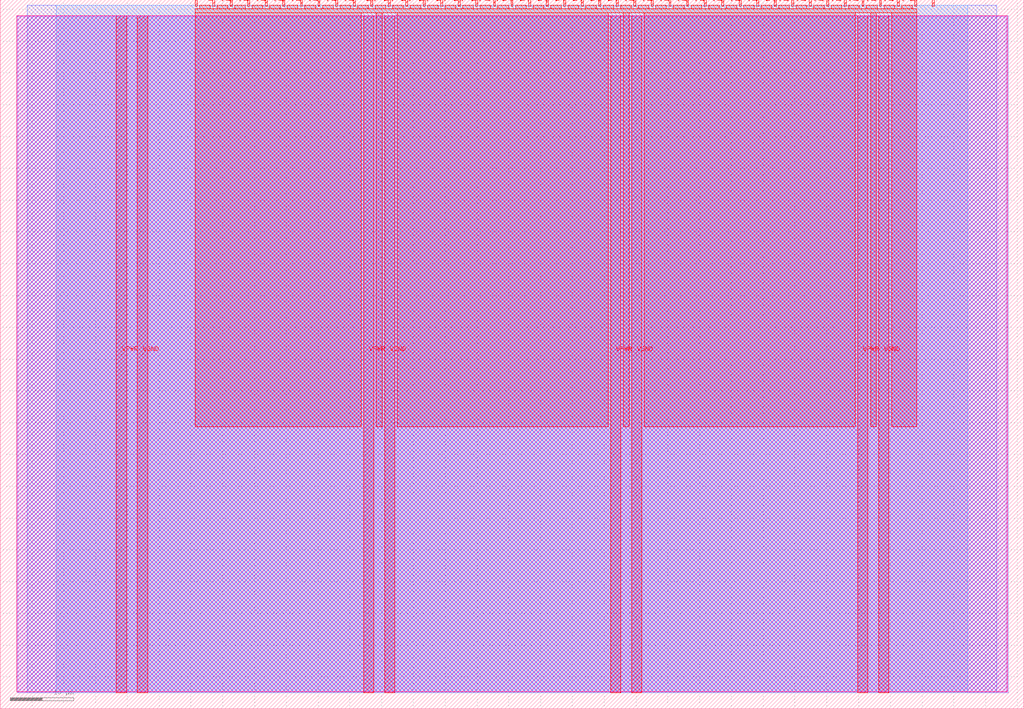
<source format=lef>
VERSION 5.7 ;
  NOWIREEXTENSIONATPIN ON ;
  DIVIDERCHAR "/" ;
  BUSBITCHARS "[]" ;
MACRO tt_um_FG_TOP_Dominik_Brandstetter
  CLASS BLOCK ;
  FOREIGN tt_um_FG_TOP_Dominik_Brandstetter ;
  ORIGIN 0.000 0.000 ;
  SIZE 161.000 BY 111.520 ;
  PIN VGND
    DIRECTION INOUT ;
    USE GROUND ;
    PORT
      LAYER met4 ;
        RECT 21.580 2.480 23.180 109.040 ;
    END
    PORT
      LAYER met4 ;
        RECT 60.450 2.480 62.050 109.040 ;
    END
    PORT
      LAYER met4 ;
        RECT 99.320 2.480 100.920 109.040 ;
    END
    PORT
      LAYER met4 ;
        RECT 138.190 2.480 139.790 109.040 ;
    END
  END VGND
  PIN VPWR
    DIRECTION INOUT ;
    USE POWER ;
    PORT
      LAYER met4 ;
        RECT 18.280 2.480 19.880 109.040 ;
    END
    PORT
      LAYER met4 ;
        RECT 57.150 2.480 58.750 109.040 ;
    END
    PORT
      LAYER met4 ;
        RECT 96.020 2.480 97.620 109.040 ;
    END
    PORT
      LAYER met4 ;
        RECT 134.890 2.480 136.490 109.040 ;
    END
  END VPWR
  PIN clk
    DIRECTION INPUT ;
    USE SIGNAL ;
    ANTENNAGATEAREA 0.852000 ;
    PORT
      LAYER met4 ;
        RECT 143.830 110.520 144.130 111.520 ;
    END
  END clk
  PIN ena
    DIRECTION INPUT ;
    USE SIGNAL ;
    PORT
      LAYER met4 ;
        RECT 146.590 110.520 146.890 111.520 ;
    END
  END ena
  PIN rst_n
    DIRECTION INPUT ;
    USE SIGNAL ;
    ANTENNAGATEAREA 0.196500 ;
    PORT
      LAYER met4 ;
        RECT 141.070 110.520 141.370 111.520 ;
    END
  END rst_n
  PIN ui_in[0]
    DIRECTION INPUT ;
    USE SIGNAL ;
    ANTENNAGATEAREA 0.159000 ;
    PORT
      LAYER met4 ;
        RECT 138.310 110.520 138.610 111.520 ;
    END
  END ui_in[0]
  PIN ui_in[1]
    DIRECTION INPUT ;
    USE SIGNAL ;
    ANTENNAGATEAREA 0.159000 ;
    PORT
      LAYER met4 ;
        RECT 135.550 110.520 135.850 111.520 ;
    END
  END ui_in[1]
  PIN ui_in[2]
    DIRECTION INPUT ;
    USE SIGNAL ;
    ANTENNAGATEAREA 0.213000 ;
    PORT
      LAYER met4 ;
        RECT 132.790 110.520 133.090 111.520 ;
    END
  END ui_in[2]
  PIN ui_in[3]
    DIRECTION INPUT ;
    USE SIGNAL ;
    ANTENNAGATEAREA 0.159000 ;
    PORT
      LAYER met4 ;
        RECT 130.030 110.520 130.330 111.520 ;
    END
  END ui_in[3]
  PIN ui_in[4]
    DIRECTION INPUT ;
    USE SIGNAL ;
    ANTENNAGATEAREA 0.213000 ;
    PORT
      LAYER met4 ;
        RECT 127.270 110.520 127.570 111.520 ;
    END
  END ui_in[4]
  PIN ui_in[5]
    DIRECTION INPUT ;
    USE SIGNAL ;
    ANTENNAGATEAREA 0.159000 ;
    PORT
      LAYER met4 ;
        RECT 124.510 110.520 124.810 111.520 ;
    END
  END ui_in[5]
  PIN ui_in[6]
    DIRECTION INPUT ;
    USE SIGNAL ;
    ANTENNAGATEAREA 0.159000 ;
    PORT
      LAYER met4 ;
        RECT 121.750 110.520 122.050 111.520 ;
    END
  END ui_in[6]
  PIN ui_in[7]
    DIRECTION INPUT ;
    USE SIGNAL ;
    ANTENNAGATEAREA 0.159000 ;
    PORT
      LAYER met4 ;
        RECT 118.990 110.520 119.290 111.520 ;
    END
  END ui_in[7]
  PIN uio_in[0]
    DIRECTION INPUT ;
    USE SIGNAL ;
    PORT
      LAYER met4 ;
        RECT 116.230 110.520 116.530 111.520 ;
    END
  END uio_in[0]
  PIN uio_in[1]
    DIRECTION INPUT ;
    USE SIGNAL ;
    PORT
      LAYER met4 ;
        RECT 113.470 110.520 113.770 111.520 ;
    END
  END uio_in[1]
  PIN uio_in[2]
    DIRECTION INPUT ;
    USE SIGNAL ;
    PORT
      LAYER met4 ;
        RECT 110.710 110.520 111.010 111.520 ;
    END
  END uio_in[2]
  PIN uio_in[3]
    DIRECTION INPUT ;
    USE SIGNAL ;
    ANTENNAGATEAREA 0.196500 ;
    PORT
      LAYER met4 ;
        RECT 107.950 110.520 108.250 111.520 ;
    END
  END uio_in[3]
  PIN uio_in[4]
    DIRECTION INPUT ;
    USE SIGNAL ;
    ANTENNAGATEAREA 0.196500 ;
    PORT
      LAYER met4 ;
        RECT 105.190 110.520 105.490 111.520 ;
    END
  END uio_in[4]
  PIN uio_in[5]
    DIRECTION INPUT ;
    USE SIGNAL ;
    ANTENNAGATEAREA 0.196500 ;
    PORT
      LAYER met4 ;
        RECT 102.430 110.520 102.730 111.520 ;
    END
  END uio_in[5]
  PIN uio_in[6]
    DIRECTION INPUT ;
    USE SIGNAL ;
    ANTENNAGATEAREA 0.196500 ;
    PORT
      LAYER met4 ;
        RECT 99.670 110.520 99.970 111.520 ;
    END
  END uio_in[6]
  PIN uio_in[7]
    DIRECTION INPUT ;
    USE SIGNAL ;
    ANTENNAGATEAREA 0.196500 ;
    PORT
      LAYER met4 ;
        RECT 96.910 110.520 97.210 111.520 ;
    END
  END uio_in[7]
  PIN uio_oe[0]
    DIRECTION OUTPUT ;
    USE SIGNAL ;
    PORT
      LAYER met4 ;
        RECT 49.990 110.520 50.290 111.520 ;
    END
  END uio_oe[0]
  PIN uio_oe[1]
    DIRECTION OUTPUT ;
    USE SIGNAL ;
    PORT
      LAYER met4 ;
        RECT 47.230 110.520 47.530 111.520 ;
    END
  END uio_oe[1]
  PIN uio_oe[2]
    DIRECTION OUTPUT ;
    USE SIGNAL ;
    PORT
      LAYER met4 ;
        RECT 44.470 110.520 44.770 111.520 ;
    END
  END uio_oe[2]
  PIN uio_oe[3]
    DIRECTION OUTPUT ;
    USE SIGNAL ;
    PORT
      LAYER met4 ;
        RECT 41.710 110.520 42.010 111.520 ;
    END
  END uio_oe[3]
  PIN uio_oe[4]
    DIRECTION OUTPUT ;
    USE SIGNAL ;
    PORT
      LAYER met4 ;
        RECT 38.950 110.520 39.250 111.520 ;
    END
  END uio_oe[4]
  PIN uio_oe[5]
    DIRECTION OUTPUT ;
    USE SIGNAL ;
    PORT
      LAYER met4 ;
        RECT 36.190 110.520 36.490 111.520 ;
    END
  END uio_oe[5]
  PIN uio_oe[6]
    DIRECTION OUTPUT ;
    USE SIGNAL ;
    PORT
      LAYER met4 ;
        RECT 33.430 110.520 33.730 111.520 ;
    END
  END uio_oe[6]
  PIN uio_oe[7]
    DIRECTION OUTPUT ;
    USE SIGNAL ;
    PORT
      LAYER met4 ;
        RECT 30.670 110.520 30.970 111.520 ;
    END
  END uio_oe[7]
  PIN uio_out[0]
    DIRECTION OUTPUT ;
    USE SIGNAL ;
    ANTENNADIFFAREA 0.445500 ;
    PORT
      LAYER met4 ;
        RECT 72.070 110.520 72.370 111.520 ;
    END
  END uio_out[0]
  PIN uio_out[1]
    DIRECTION OUTPUT ;
    USE SIGNAL ;
    ANTENNADIFFAREA 0.445500 ;
    PORT
      LAYER met4 ;
        RECT 69.310 110.520 69.610 111.520 ;
    END
  END uio_out[1]
  PIN uio_out[2]
    DIRECTION OUTPUT ;
    USE SIGNAL ;
    ANTENNADIFFAREA 0.445500 ;
    PORT
      LAYER met4 ;
        RECT 66.550 110.520 66.850 111.520 ;
    END
  END uio_out[2]
  PIN uio_out[3]
    DIRECTION OUTPUT ;
    USE SIGNAL ;
    PORT
      LAYER met4 ;
        RECT 63.790 110.520 64.090 111.520 ;
    END
  END uio_out[3]
  PIN uio_out[4]
    DIRECTION OUTPUT ;
    USE SIGNAL ;
    PORT
      LAYER met4 ;
        RECT 61.030 110.520 61.330 111.520 ;
    END
  END uio_out[4]
  PIN uio_out[5]
    DIRECTION OUTPUT ;
    USE SIGNAL ;
    PORT
      LAYER met4 ;
        RECT 58.270 110.520 58.570 111.520 ;
    END
  END uio_out[5]
  PIN uio_out[6]
    DIRECTION OUTPUT ;
    USE SIGNAL ;
    PORT
      LAYER met4 ;
        RECT 55.510 110.520 55.810 111.520 ;
    END
  END uio_out[6]
  PIN uio_out[7]
    DIRECTION OUTPUT ;
    USE SIGNAL ;
    PORT
      LAYER met4 ;
        RECT 52.750 110.520 53.050 111.520 ;
    END
  END uio_out[7]
  PIN uo_out[0]
    DIRECTION OUTPUT ;
    USE SIGNAL ;
    ANTENNADIFFAREA 0.643500 ;
    PORT
      LAYER met4 ;
        RECT 94.150 110.520 94.450 111.520 ;
    END
  END uo_out[0]
  PIN uo_out[1]
    DIRECTION OUTPUT ;
    USE SIGNAL ;
    ANTENNADIFFAREA 0.643500 ;
    PORT
      LAYER met4 ;
        RECT 91.390 110.520 91.690 111.520 ;
    END
  END uo_out[1]
  PIN uo_out[2]
    DIRECTION OUTPUT ;
    USE SIGNAL ;
    ANTENNADIFFAREA 0.643500 ;
    PORT
      LAYER met4 ;
        RECT 88.630 110.520 88.930 111.520 ;
    END
  END uo_out[2]
  PIN uo_out[3]
    DIRECTION OUTPUT ;
    USE SIGNAL ;
    ANTENNADIFFAREA 0.643500 ;
    PORT
      LAYER met4 ;
        RECT 85.870 110.520 86.170 111.520 ;
    END
  END uo_out[3]
  PIN uo_out[4]
    DIRECTION OUTPUT ;
    USE SIGNAL ;
    ANTENNADIFFAREA 0.643500 ;
    PORT
      LAYER met4 ;
        RECT 83.110 110.520 83.410 111.520 ;
    END
  END uo_out[4]
  PIN uo_out[5]
    DIRECTION OUTPUT ;
    USE SIGNAL ;
    ANTENNADIFFAREA 0.643500 ;
    PORT
      LAYER met4 ;
        RECT 80.350 110.520 80.650 111.520 ;
    END
  END uo_out[5]
  PIN uo_out[6]
    DIRECTION OUTPUT ;
    USE SIGNAL ;
    ANTENNADIFFAREA 0.643500 ;
    PORT
      LAYER met4 ;
        RECT 77.590 110.520 77.890 111.520 ;
    END
  END uo_out[6]
  PIN uo_out[7]
    DIRECTION OUTPUT ;
    USE SIGNAL ;
    ANTENNADIFFAREA 0.643500 ;
    PORT
      LAYER met4 ;
        RECT 74.830 110.520 75.130 111.520 ;
    END
  END uo_out[7]
  OBS
      LAYER nwell ;
        RECT 2.570 2.635 158.430 108.990 ;
      LAYER li1 ;
        RECT 2.760 2.635 158.240 108.885 ;
      LAYER met1 ;
        RECT 2.760 2.480 158.540 109.040 ;
      LAYER met2 ;
        RECT 4.240 2.535 156.760 110.685 ;
      LAYER met3 ;
        RECT 8.805 2.555 152.195 110.665 ;
      LAYER met4 ;
        RECT 31.370 110.120 33.030 110.665 ;
        RECT 34.130 110.120 35.790 110.665 ;
        RECT 36.890 110.120 38.550 110.665 ;
        RECT 39.650 110.120 41.310 110.665 ;
        RECT 42.410 110.120 44.070 110.665 ;
        RECT 45.170 110.120 46.830 110.665 ;
        RECT 47.930 110.120 49.590 110.665 ;
        RECT 50.690 110.120 52.350 110.665 ;
        RECT 53.450 110.120 55.110 110.665 ;
        RECT 56.210 110.120 57.870 110.665 ;
        RECT 58.970 110.120 60.630 110.665 ;
        RECT 61.730 110.120 63.390 110.665 ;
        RECT 64.490 110.120 66.150 110.665 ;
        RECT 67.250 110.120 68.910 110.665 ;
        RECT 70.010 110.120 71.670 110.665 ;
        RECT 72.770 110.120 74.430 110.665 ;
        RECT 75.530 110.120 77.190 110.665 ;
        RECT 78.290 110.120 79.950 110.665 ;
        RECT 81.050 110.120 82.710 110.665 ;
        RECT 83.810 110.120 85.470 110.665 ;
        RECT 86.570 110.120 88.230 110.665 ;
        RECT 89.330 110.120 90.990 110.665 ;
        RECT 92.090 110.120 93.750 110.665 ;
        RECT 94.850 110.120 96.510 110.665 ;
        RECT 97.610 110.120 99.270 110.665 ;
        RECT 100.370 110.120 102.030 110.665 ;
        RECT 103.130 110.120 104.790 110.665 ;
        RECT 105.890 110.120 107.550 110.665 ;
        RECT 108.650 110.120 110.310 110.665 ;
        RECT 111.410 110.120 113.070 110.665 ;
        RECT 114.170 110.120 115.830 110.665 ;
        RECT 116.930 110.120 118.590 110.665 ;
        RECT 119.690 110.120 121.350 110.665 ;
        RECT 122.450 110.120 124.110 110.665 ;
        RECT 125.210 110.120 126.870 110.665 ;
        RECT 127.970 110.120 129.630 110.665 ;
        RECT 130.730 110.120 132.390 110.665 ;
        RECT 133.490 110.120 135.150 110.665 ;
        RECT 136.250 110.120 137.910 110.665 ;
        RECT 139.010 110.120 140.670 110.665 ;
        RECT 141.770 110.120 143.430 110.665 ;
        RECT 30.655 109.440 144.145 110.120 ;
        RECT 30.655 44.375 56.750 109.440 ;
        RECT 59.150 44.375 60.050 109.440 ;
        RECT 62.450 44.375 95.620 109.440 ;
        RECT 98.020 44.375 98.920 109.440 ;
        RECT 101.320 44.375 134.490 109.440 ;
        RECT 136.890 44.375 137.790 109.440 ;
        RECT 140.190 44.375 144.145 109.440 ;
  END
END tt_um_FG_TOP_Dominik_Brandstetter
END LIBRARY


</source>
